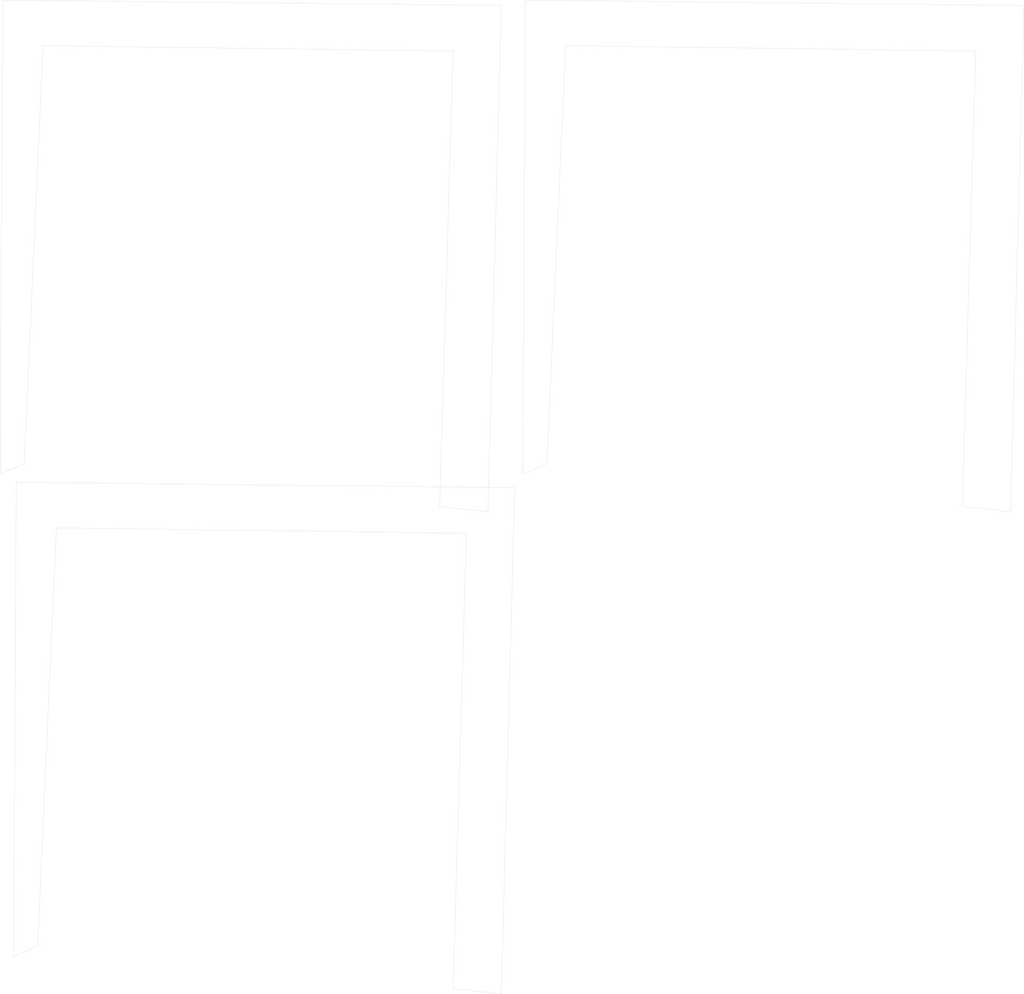
<source format=kicad_pcb>
(kicad_pcb (version 20221018) (generator pcbnew)

  (general
    (thickness 1.6)
  )

  (paper "A4")
  (layers
    (0 "F.Cu" signal)
    (31 "B.Cu" signal)
    (32 "B.Adhes" user "B.Adhesive")
    (33 "F.Adhes" user "F.Adhesive")
    (34 "B.Paste" user)
    (35 "F.Paste" user)
    (36 "B.SilkS" user "B.Silkscreen")
    (37 "F.SilkS" user "F.Silkscreen")
    (38 "B.Mask" user)
    (39 "F.Mask" user)
    (40 "Dwgs.User" user "User.Drawings")
    (41 "Cmts.User" user "User.Comments")
    (42 "Eco1.User" user "User.Eco1")
    (43 "Eco2.User" user "User.Eco2")
    (44 "Edge.Cuts" user)
    (45 "Margin" user)
    (46 "B.CrtYd" user "B.Courtyard")
    (47 "F.CrtYd" user "F.Courtyard")
    (48 "B.Fab" user)
    (49 "F.Fab" user)
    (50 "User.1" user)
    (51 "User.2" user)
    (52 "User.3" user)
    (53 "User.4" user)
    (54 "User.5" user)
    (55 "User.6" user)
    (56 "User.7" user)
    (57 "User.8" user)
    (58 "User.9" user)
  )

  (setup
    (stackup
      (layer "F.SilkS" (type "Top Silk Screen"))
      (layer "F.Paste" (type "Top Solder Paste"))
      (layer "F.Mask" (type "Top Solder Mask") (thickness 0.01))
      (layer "F.Cu" (type "copper") (thickness 0.035))
      (layer "dielectric 1" (type "core") (thickness 1.51) (material "FR4") (epsilon_r 4.5) (loss_tangent 0.02))
      (layer "B.Cu" (type "copper") (thickness 0.035))
      (layer "B.Mask" (type "Bottom Solder Mask") (thickness 0.01))
      (layer "B.Paste" (type "Bottom Solder Paste"))
      (layer "B.SilkS" (type "Bottom Silk Screen"))
      (layer "F.SilkS" (type "Top Silk Screen"))
      (layer "F.Paste" (type "Top Solder Paste"))
      (layer "F.Mask" (type "Top Solder Mask") (thickness 0.01))
      (layer "F.Cu" (type "copper") (thickness 0.035))
      (layer "dielectric 1" (type "core") (thickness 1.51) (material "FR4") (epsilon_r 4.5) (loss_tangent 0.02))
      (layer "B.Cu" (type "copper") (thickness 0.035))
      (layer "B.Mask" (type "Bottom Solder Mask") (thickness 0.01))
      (layer "B.Paste" (type "Bottom Solder Paste"))
      (layer "B.SilkS" (type "Bottom Silk Screen"))
      (layer "F.SilkS" (type "Top Silk Screen"))
      (layer "F.Paste" (type "Top Solder Paste"))
      (layer "F.Mask" (type "Top Solder Mask") (thickness 0.01))
      (layer "F.Cu" (type "copper") (thickness 0.035))
      (layer "dielectric 1" (type "core") (thickness 1.51) (material "FR4") (epsilon_r 4.5) (loss_tangent 0.02))
      (layer "B.Cu" (type "copper") (thickness 0.035))
      (layer "B.Mask" (type "Bottom Solder Mask") (thickness 0.01))
      (layer "B.Paste" (type "Bottom Solder Paste"))
      (layer "B.SilkS" (type "Bottom Silk Screen"))
      (copper_finish "None")
      (dielectric_constraints no)
    )
    (pad_to_mask_clearance 0)
    (pcbplotparams
      (layerselection 0x00010fc_ffffffff)
      (plot_on_all_layers_selection 0x0000000_00000000)
      (disableapertmacros false)
      (usegerberextensions false)
      (usegerberattributes true)
      (usegerberadvancedattributes true)
      (creategerberjobfile true)
      (dashed_line_dash_ratio 12.000000)
      (dashed_line_gap_ratio 3.000000)
      (svgprecision 4)
      (plotframeref false)
      (viasonmask false)
      (mode 1)
      (useauxorigin false)
      (hpglpennumber 1)
      (hpglpenspeed 20)
      (hpglpendiameter 15.000000)
      (dxfpolygonmode true)
      (dxfimperialunits true)
      (dxfusepcbnewfont true)
      (psnegative false)
      (psa4output false)
      (plotreference true)
      (plotvalue true)
      (plotinvisibletext false)
      (sketchpadsonfab false)
      (subtractmaskfromsilk false)
      (outputformat 1)
      (mirror false)
      (drillshape 1)
      (scaleselection 1)
      (outputdirectory "")
    )
  )

  (net 0 "")

  (gr_line (start 189.74998 96.749928) (end 180.74998 95.749928)
    (stroke (width 0.05) (type default)) (layer "Edge.Cuts") (tstamp 0410704a-3611-4ebd-8f65-7ceb9440edbb))
  (gr_line (start 1.24998 89.749928) (end 1.74998 1.249928)
    (stroke (width 0.05) (type default)) (layer "Edge.Cuts") (tstamp 0958def7-72fa-4da9-a598-3f55da4090be))
  (gr_line (start 94.74998 186.749928) (end 85.74998 185.749928)
    (stroke (width 0.05) (type default)) (layer "Edge.Cuts") (tstamp 0a8e84e5-1b60-4d77-ad15-996313d2a85b))
  (gr_line (start 83.24998 95.749928) (end 85.74998 10.749928)
    (stroke (width 0.05) (type default)) (layer "Edge.Cuts") (tstamp 0c66a928-8fcc-42d6-b066-2e09e32b8460))
  (gr_line (start 5.74998 87.749928) (end 1.24998 89.749928)
    (stroke (width 0.05) (type default)) (layer "Edge.Cuts") (tstamp 16a748e7-05d4-4913-a8b4-ed818144303c))
  (gr_line (start 106.74998 9.749928) (end 103.24998 87.749928)
    (stroke (width 0.05) (type default)) (layer "Edge.Cuts") (tstamp 1e1c3c36-2bba-4e3f-bc28-b59dc8ad54a3))
  (gr_line (start 180.74998 95.749928) (end 183.24998 10.749928)
    (stroke (width 0.05) (type default)) (layer "Edge.Cuts") (tstamp 2183e0e8-515b-47f9-9324-0f090085703a))
  (gr_line (start 88.24998 100.749928) (end 11.74998 99.749928)
    (stroke (width 0.05) (type default)) (layer "Edge.Cuts") (tstamp 270c1402-a847-46ae-b754-04d5e09bf4c6))
  (gr_line (start 97.24998 92.249928) (end 94.74998 186.749928)
    (stroke (width 0.05) (type default)) (layer "Edge.Cuts") (tstamp 2fdca331-a766-4fd8-9fcd-a18728d95df5))
  (gr_line (start 94.74998 2.249928) (end 92.24998 96.749928)
    (stroke (width 0.05) (type default)) (layer "Edge.Cuts") (tstamp 324673cc-6edc-4c6f-a702-9f09ed5f4ae7))
  (gr_line (start 98.74998 89.749928) (end 99.24998 1.249928)
    (stroke (width 0.05) (type default)) (layer "Edge.Cuts") (tstamp 43f16459-79a1-40a5-8fd0-24c55a6b57f1))
  (gr_line (start 11.74998 99.749928) (end 8.24998 177.749928)
    (stroke (width 0.05) (type default)) (layer "Edge.Cuts") (tstamp 4a4ac9a9-180b-4fce-be0f-6db9afc0cb0c))
  (gr_line (start 1.74998 1.249928) (end 94.74998 2.249928)
    (stroke (width 0.05) (type default)) (layer "Edge.Cuts") (tstamp 5f8ca10b-f5e2-4574-8511-68618f0cd7b2))
  (gr_line (start 3.74998 179.749928) (end 4.24998 91.249928)
    (stroke (width 0.05) (type default)) (layer "Edge.Cuts") (tstamp 60d73550-e568-4bca-9d87-6cba299ecf6e))
  (gr_line (start 103.24998 87.749928) (end 98.74998 89.749928)
    (stroke (width 0.05) (type default)) (layer "Edge.Cuts") (tstamp 7c90e12a-8fab-48c3-a5f6-c6b9e3006bba))
  (gr_line (start 9.24998 9.749928) (end 5.74998 87.749928)
    (stroke (width 0.05) (type default)) (layer "Edge.Cuts") (tstamp 8072f7a9-4a2f-4532-89d2-23a462a18ef5))
  (gr_line (start 192.24998 2.249928) (end 189.74998 96.749928)
    (stroke (width 0.05) (type default)) (layer "Edge.Cuts") (tstamp 8b81f5ab-c6a7-4d2d-a7f9-f4f6ec941fe3))
  (gr_line (start 183.24998 10.749928) (end 106.74998 9.749928)
    (stroke (width 0.05) (type default)) (layer "Edge.Cuts") (tstamp 8c101737-b6d8-4bfc-9895-5138e47d16a7))
  (gr_line (start 85.74998 10.749928) (end 9.24998 9.749928)
    (stroke (width 0.05) (type default)) (layer "Edge.Cuts") (tstamp b4bad982-894c-45da-84d4-d83ea685c024))
  (gr_line (start 4.24998 91.249928) (end 97.24998 92.249928)
    (stroke (width 0.05) (type default)) (layer "Edge.Cuts") (tstamp b63da246-8d19-4808-8c90-dc009aa734c8))
  (gr_line (start 8.24998 177.749928) (end 3.74998 179.749928)
    (stroke (width 0.05) (type default)) (layer "Edge.Cuts") (tstamp b647544c-53fa-40a8-a92e-d07c642b7438))
  (gr_line (start 85.74998 185.749928) (end 88.24998 100.749928)
    (stroke (width 0.05) (type default)) (layer "Edge.Cuts") (tstamp c00c1a0a-8ef6-408b-8ed8-069efcb45175))
  (gr_line (start 92.24998 96.749928) (end 83.24998 95.749928)
    (stroke (width 0.05) (type default)) (layer "Edge.Cuts") (tstamp eddd68f7-6221-4611-852d-8b2ecb5b36bc))
  (gr_line (start 99.24998 1.249928) (end 192.24998 2.249928)
    (stroke (width 0.05) (type default)) (layer "Edge.Cuts") (tstamp f5630cf6-f28d-4630-b63d-63073018df7b))

)

</source>
